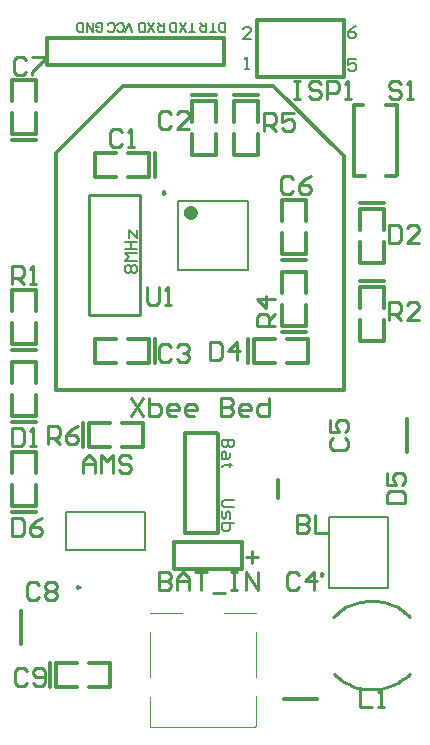
<source format=gto>
%FSLAX25Y25*%
%MOIN*%
G70*
G01*
G75*
G04 Layer_Color=65535*
%ADD10R,0.05000X0.06000*%
%ADD11R,0.06000X0.05000*%
%ADD12R,0.04331X0.08465*%
%ADD13R,0.04331X0.08465*%
%ADD14R,0.13780X0.08465*%
%ADD15R,0.08661X0.17716*%
%ADD16R,0.07087X0.06299*%
%ADD17R,0.01575X0.09449*%
%ADD18R,0.03937X0.05906*%
%ADD19R,0.12598X0.11024*%
%ADD20R,0.02756X0.05315*%
%ADD21R,0.02756X0.07087*%
G04:AMPARAMS|DCode=22|XSize=74.8mil|YSize=129.92mil|CornerRadius=0mil|HoleSize=0mil|Usage=FLASHONLY|Rotation=0.000|XOffset=0mil|YOffset=0mil|HoleType=Round|Shape=Octagon|*
%AMOCTAGOND22*
4,1,8,-0.01870,0.06496,0.01870,0.06496,0.03740,0.04626,0.03740,-0.04626,0.01870,-0.06496,-0.01870,-0.06496,-0.03740,-0.04626,-0.03740,0.04626,-0.01870,0.06496,0.0*
%
%ADD22OCTAGOND22*%

%ADD23R,0.11024X0.12598*%
%ADD24R,0.11811X0.11811*%
%ADD25R,0.11811X0.07087*%
%ADD26O,0.01772X0.06496*%
%ADD27O,0.06496X0.01772*%
%ADD28C,0.01969*%
%ADD29C,0.01181*%
%ADD30C,0.01772*%
%ADD31C,0.06000*%
%ADD32R,0.06000X0.06000*%
%ADD33R,0.06000X0.06000*%
%ADD34R,0.05906X0.05906*%
%ADD35C,0.05000*%
%ADD36R,0.05000X0.05000*%
%ADD37C,0.04724*%
%ADD38C,0.03543*%
%ADD39C,0.00984*%
%ADD40C,0.01000*%
%ADD41C,0.02362*%
%ADD42C,0.01200*%
%ADD43C,0.01378*%
%ADD44C,0.00787*%
%ADD45C,0.00394*%
%ADD46C,0.00606*%
%ADD47C,0.00591*%
D39*
X26437Y41398D02*
X25699Y41824D01*
Y40971D01*
X26437Y41398D01*
X107590Y45537D02*
X106852Y45964D01*
Y45111D01*
X107590Y45537D01*
X54957Y172772D02*
X54219Y173198D01*
Y172345D01*
X54957Y172772D01*
D40*
X111248Y12252D02*
X111987Y11580D01*
X112762Y10950D01*
X113570Y10364D01*
X114410Y9823D01*
X115279Y9330D01*
X116174Y8885D01*
X117092Y8491D01*
X118030Y8148D01*
X118986Y7858D01*
X119956Y7621D01*
X120939Y7438D01*
X121929Y7310D01*
X122925Y7237D01*
X123924Y7219D01*
X124923Y7256D01*
X125917Y7349D01*
X126905Y7496D01*
X127884Y7698D01*
X128849Y7954D01*
X129799Y8263D01*
X130731Y8625D01*
X131641Y9037D01*
X132527Y9499D01*
X133385Y10009D01*
X134215Y10566D01*
X135012Y11168D01*
X135774Y11813D01*
X136500Y12500D01*
X136500Y31500D02*
X135765Y32195D01*
X134992Y32847D01*
X134184Y33456D01*
X133343Y34018D01*
X132472Y34531D01*
X131573Y34996D01*
X130650Y35409D01*
X129705Y35769D01*
X128742Y36077D01*
X127762Y36329D01*
X126770Y36527D01*
X125769Y36668D01*
X124761Y36753D01*
X123750Y36781D01*
X122739Y36753D01*
X121731Y36668D01*
X120730Y36527D01*
X119738Y36329D01*
X118758Y36077D01*
X117795Y35769D01*
X116850Y35409D01*
X115927Y34996D01*
X115028Y34531D01*
X114157Y34018D01*
X113316Y33456D01*
X112508Y32847D01*
X111735Y32195D01*
X111000Y31500D01*
X29500Y172000D02*
X30500D01*
X46500D01*
X29500Y132000D02*
Y172000D01*
Y132000D02*
X46500D01*
Y172000D01*
X27500Y79500D02*
Y83499D01*
X29499Y85498D01*
X31499Y83499D01*
Y79500D01*
Y82499D01*
X27500D01*
X33498Y79500D02*
Y85498D01*
X35497Y83499D01*
X37497Y85498D01*
Y79500D01*
X43495Y84498D02*
X42495Y85498D01*
X40496D01*
X39496Y84498D01*
Y83499D01*
X40496Y82499D01*
X42495D01*
X43495Y81499D01*
Y80500D01*
X42495Y79500D01*
X40496D01*
X39496Y80500D01*
X99000Y65498D02*
Y59500D01*
X101999D01*
X102999Y60500D01*
Y61499D01*
X101999Y62499D01*
X99000D01*
X101999D01*
X102999Y63499D01*
Y64498D01*
X101999Y65498D01*
X99000D01*
X104998D02*
Y59500D01*
X108997D01*
X40499Y192998D02*
X39499Y193998D01*
X37500D01*
X36500Y192998D01*
Y189000D01*
X37500Y188000D01*
X39499D01*
X40499Y189000D01*
X42498Y188000D02*
X44497D01*
X43498D01*
Y193998D01*
X42498Y192998D01*
X56999Y198998D02*
X55999Y199998D01*
X54000D01*
X53000Y198998D01*
Y195000D01*
X54000Y194000D01*
X55999D01*
X56999Y195000D01*
X62997Y194000D02*
X58998D01*
X62997Y197999D01*
Y198998D01*
X61997Y199998D01*
X59998D01*
X58998Y198998D01*
X56999Y117502D02*
X55999Y116502D01*
X54000D01*
X53000Y117502D01*
Y121500D01*
X54000Y122500D01*
X55999D01*
X56999Y121500D01*
X58998Y117502D02*
X59998Y116502D01*
X61997D01*
X62997Y117502D01*
Y118501D01*
X61997Y119501D01*
X60997D01*
X61997D01*
X62997Y120501D01*
Y121500D01*
X61997Y122500D01*
X59998D01*
X58998Y121500D01*
X99648Y45498D02*
X98649Y46498D01*
X96649D01*
X95650Y45498D01*
Y41500D01*
X96649Y40500D01*
X98649D01*
X99648Y41500D01*
X104647Y40500D02*
Y46498D01*
X101648Y43499D01*
X105646D01*
X111002Y90999D02*
X110002Y89999D01*
Y88000D01*
X111002Y87000D01*
X115000D01*
X116000Y88000D01*
Y89999D01*
X115000Y90999D01*
X110002Y96997D02*
Y92998D01*
X113001D01*
X112001Y94997D01*
Y95997D01*
X113001Y96997D01*
X115000D01*
X116000Y95997D01*
Y93998D01*
X115000Y92998D01*
X97499Y177498D02*
X96499Y178498D01*
X94500D01*
X93500Y177498D01*
Y173500D01*
X94500Y172500D01*
X96499D01*
X97499Y173500D01*
X103497Y178498D02*
X101497Y177498D01*
X99498Y175499D01*
Y173500D01*
X100498Y172500D01*
X102497D01*
X103497Y173500D01*
Y174499D01*
X102497Y175499D01*
X99498D01*
X8499Y216998D02*
X7499Y217998D01*
X5500D01*
X4500Y216998D01*
Y213000D01*
X5500Y212000D01*
X7499D01*
X8499Y213000D01*
X10498Y217998D02*
X14497D01*
Y216998D01*
X10498Y213000D01*
Y212000D01*
X12999Y38002D02*
X11999Y37002D01*
X10000D01*
X9000Y38002D01*
Y42000D01*
X10000Y43000D01*
X11999D01*
X12999Y42000D01*
X14998Y38002D02*
X15998Y37002D01*
X17997D01*
X18997Y38002D01*
Y39001D01*
X17997Y40001D01*
X18997Y41001D01*
Y42000D01*
X17997Y43000D01*
X15998D01*
X14998Y42000D01*
Y41001D01*
X15998Y40001D01*
X14998Y39001D01*
Y38002D01*
X15998Y40001D02*
X17997D01*
X8999Y13498D02*
X7999Y14498D01*
X6000D01*
X5000Y13498D01*
Y9500D01*
X6000Y8500D01*
X7999D01*
X8999Y9500D01*
X10998D02*
X11998Y8500D01*
X13997D01*
X14997Y9500D01*
Y13498D01*
X13997Y14498D01*
X11998D01*
X10998Y13498D01*
Y12499D01*
X11998Y11499D01*
X14997D01*
X4000Y94498D02*
Y88500D01*
X6999D01*
X7999Y89500D01*
Y93498D01*
X6999Y94498D01*
X4000D01*
X9998Y88500D02*
X11997D01*
X10998D01*
Y94498D01*
X9998Y93498D01*
X129500Y161998D02*
Y156000D01*
X132499D01*
X133499Y157000D01*
Y160998D01*
X132499Y161998D01*
X129500D01*
X139497Y156000D02*
X135498D01*
X139497Y159999D01*
Y160998D01*
X138497Y161998D01*
X136498D01*
X135498Y160998D01*
X70000Y122998D02*
Y117000D01*
X72999D01*
X73999Y118000D01*
Y121998D01*
X72999Y122998D01*
X70000D01*
X78997Y117000D02*
Y122998D01*
X75998Y119999D01*
X79997D01*
X129002Y69500D02*
X135000D01*
Y72499D01*
X134000Y73499D01*
X130002D01*
X129002Y72499D01*
Y69500D01*
Y79497D02*
Y75498D01*
X132001D01*
X131001Y77497D01*
Y78497D01*
X132001Y79497D01*
X134000D01*
X135000Y78497D01*
Y76498D01*
X134000Y75498D01*
X4000Y64498D02*
Y58500D01*
X6999D01*
X7999Y59500D01*
Y63498D01*
X6999Y64498D01*
X4000D01*
X13997D02*
X11997Y63498D01*
X9998Y61499D01*
Y59500D01*
X10998Y58500D01*
X12997D01*
X13997Y59500D01*
Y60499D01*
X12997Y61499D01*
X9998D01*
X98000Y209998D02*
X99999D01*
X99000D01*
Y204000D01*
X98000D01*
X99999D01*
X106997Y208998D02*
X105997Y209998D01*
X103998D01*
X102998Y208998D01*
Y207999D01*
X103998Y206999D01*
X105997D01*
X106997Y205999D01*
Y205000D01*
X105997Y204000D01*
X103998D01*
X102998Y205000D01*
X108996Y204000D02*
Y209998D01*
X111995D01*
X112995Y208998D01*
Y206999D01*
X111995Y205999D01*
X108996D01*
X114995Y204000D02*
X116994D01*
X115994D01*
Y209998D01*
X114995Y208998D01*
X120000Y7498D02*
Y1500D01*
X123999D01*
X125998D02*
X127997D01*
X126998D01*
Y7498D01*
X125998Y6498D01*
X4000Y142500D02*
Y148498D01*
X6999D01*
X7999Y147498D01*
Y145499D01*
X6999Y144499D01*
X4000D01*
X5999D02*
X7999Y142500D01*
X9998D02*
X11997D01*
X10998D01*
Y148498D01*
X9998Y147498D01*
X129500Y130500D02*
Y136498D01*
X132499D01*
X133499Y135498D01*
Y133499D01*
X132499Y132499D01*
X129500D01*
X131499D02*
X133499Y130500D01*
X139497D02*
X135498D01*
X139497Y134499D01*
Y135498D01*
X138497Y136498D01*
X136498D01*
X135498Y135498D01*
X91500Y128500D02*
X85502D01*
Y131499D01*
X86502Y132499D01*
X88501D01*
X89501Y131499D01*
Y128500D01*
Y130499D02*
X91500Y132499D01*
Y137497D02*
X85502D01*
X88501Y134498D01*
Y138497D01*
X88000Y193500D02*
Y199498D01*
X90999D01*
X91999Y198498D01*
Y196499D01*
X90999Y195499D01*
X88000D01*
X89999D02*
X91999Y193500D01*
X97997Y199498D02*
X93998D01*
Y196499D01*
X95997Y197499D01*
X96997D01*
X97997Y196499D01*
Y194500D01*
X96997Y193500D01*
X94998D01*
X93998Y194500D01*
X16000Y89000D02*
Y94998D01*
X18999D01*
X19999Y93998D01*
Y91999D01*
X18999Y90999D01*
X16000D01*
X17999D02*
X19999Y89000D01*
X25997Y94998D02*
X23997Y93998D01*
X21998Y91999D01*
Y90000D01*
X22998Y89000D01*
X24997D01*
X25997Y90000D01*
Y90999D01*
X24997Y91999D01*
X21998D01*
X133499Y208998D02*
X132499Y209998D01*
X130500D01*
X129500Y208998D01*
Y207999D01*
X130500Y206999D01*
X132499D01*
X133499Y205999D01*
Y205000D01*
X132499Y204000D01*
X130500D01*
X129500Y205000D01*
X135498Y204000D02*
X137497D01*
X136498D01*
Y209998D01*
X135498Y208998D01*
X53000Y46498D02*
Y40500D01*
X55999D01*
X56999Y41500D01*
Y42499D01*
X55999Y43499D01*
X53000D01*
X55999D01*
X56999Y44499D01*
Y45498D01*
X55999Y46498D01*
X53000D01*
X58998Y40500D02*
Y44499D01*
X60997Y46498D01*
X62997Y44499D01*
Y40500D01*
Y43499D01*
X58998D01*
X64996Y46498D02*
X68995D01*
X66996D01*
Y40500D01*
X70994Y39500D02*
X74993D01*
X76992Y46498D02*
X78992D01*
X77992D01*
Y40500D01*
X76992D01*
X78992D01*
X81991D02*
Y46498D01*
X85989Y40500D01*
Y46498D01*
X49000Y141498D02*
Y136500D01*
X50000Y135500D01*
X51999D01*
X52999Y136500D01*
Y141498D01*
X54998Y135500D02*
X56997D01*
X55998D01*
Y141498D01*
X54998Y140498D01*
X86000Y51501D02*
X82001D01*
X84001Y49502D02*
Y53500D01*
X43500Y104498D02*
X47499Y98500D01*
Y104498D02*
X43500Y98500D01*
X49498Y104498D02*
Y98500D01*
X52497D01*
X53497Y99500D01*
Y100499D01*
Y101499D01*
X52497Y102499D01*
X49498D01*
X58495Y98500D02*
X56496D01*
X55496Y99500D01*
Y101499D01*
X56496Y102499D01*
X58495D01*
X59495Y101499D01*
Y100499D01*
X55496D01*
X64493Y98500D02*
X62494D01*
X61494Y99500D01*
Y101499D01*
X62494Y102499D01*
X64493D01*
X65493Y101499D01*
Y100499D01*
X61494D01*
X73490Y104498D02*
Y98500D01*
X76489D01*
X77489Y99500D01*
Y100499D01*
X76489Y101499D01*
X73490D01*
X76489D01*
X77489Y102499D01*
Y103498D01*
X76489Y104498D01*
X73490D01*
X82487Y98500D02*
X80488D01*
X79488Y99500D01*
Y101499D01*
X80488Y102499D01*
X82487D01*
X83487Y101499D01*
Y100499D01*
X79488D01*
X89485Y104498D02*
Y98500D01*
X86486D01*
X85486Y99500D01*
Y101499D01*
X86486Y102499D01*
X89485D01*
D41*
X64504Y166177D02*
X64059Y167101D01*
X63060Y167329D01*
X62259Y166690D01*
Y165665D01*
X63060Y165026D01*
X64059Y165254D01*
X64504Y166177D01*
D42*
X4000Y210500D02*
X12000D01*
X4000Y203500D02*
Y210500D01*
X12000Y203500D02*
Y210500D01*
Y192500D02*
Y199500D01*
X4000Y192500D02*
Y199500D01*
Y192500D02*
X12000D01*
X120000Y123500D02*
X128000D01*
Y130500D01*
X120000Y123500D02*
Y130500D01*
Y134500D02*
Y141500D01*
X128000Y134500D02*
Y141500D01*
X120000D02*
X128000D01*
X94000Y146500D02*
X102000D01*
Y139500D02*
Y146500D01*
X94000Y139500D02*
Y146500D01*
Y128500D02*
Y135500D01*
X102000Y128500D02*
Y135500D01*
X94000Y128500D02*
X102000D01*
X47500Y88000D02*
Y96000D01*
X40500D02*
X47500D01*
X40500Y88000D02*
X47500D01*
X29500D02*
X36500D01*
X29500Y96000D02*
X36500D01*
X29500Y88000D02*
Y96000D01*
X78000Y185500D02*
X86000D01*
Y192500D01*
X78000Y185500D02*
Y192500D01*
Y196500D02*
Y203500D01*
X86000Y196500D02*
Y203500D01*
X78000D02*
X86000D01*
X120000Y149500D02*
X128000D01*
Y156500D01*
X120000Y149500D02*
Y156500D01*
Y160500D02*
Y167500D01*
X128000Y160500D02*
Y167500D01*
X120000D02*
X128000D01*
X102500Y116000D02*
Y124000D01*
X95500Y116000D02*
X102500D01*
X95500Y124000D02*
X102500D01*
X84500D02*
X91500D01*
X84500Y116000D02*
X91500D01*
X84500D02*
Y124000D01*
X4000Y86500D02*
X12000D01*
Y79500D02*
Y86500D01*
X4000Y79500D02*
Y86500D01*
Y68500D02*
Y75500D01*
X12000Y68500D02*
Y75500D01*
X4000Y68500D02*
X12000D01*
X64000Y185500D02*
X72000D01*
Y192500D01*
X64000Y185500D02*
Y192500D01*
Y196500D02*
Y203500D01*
X72000Y196500D02*
Y203500D01*
X64000D02*
X72000D01*
X18500Y8000D02*
Y16000D01*
Y8000D02*
X25500D01*
X18500Y16000D02*
X25500D01*
X29500D02*
X36500D01*
X29500Y8000D02*
X36500D01*
Y16000D01*
X94000Y170500D02*
X102000D01*
X94000Y163500D02*
Y170500D01*
X102000Y163500D02*
Y170500D01*
Y152500D02*
Y159500D01*
X94000Y152500D02*
Y159500D01*
Y152500D02*
X102000D01*
X31500Y116000D02*
Y124000D01*
Y116000D02*
X38500D01*
X31500Y124000D02*
X38500D01*
X42500D02*
X49500D01*
X42500Y116000D02*
X49500D01*
Y124000D01*
X4000Y140500D02*
X12000D01*
X4000Y133500D02*
Y140500D01*
X12000Y133500D02*
Y140500D01*
Y122500D02*
Y129500D01*
X4000Y122500D02*
Y129500D01*
Y122500D02*
X12000D01*
X4000Y116500D02*
X12000D01*
X4000Y109500D02*
Y116500D01*
X12000Y109500D02*
Y116500D01*
Y98500D02*
Y105500D01*
X4000Y98500D02*
Y105500D01*
Y98500D02*
X12000D01*
X31500Y178000D02*
Y186000D01*
Y178000D02*
X38500D01*
X31500Y186000D02*
X38500D01*
X42500D02*
X49500D01*
X42500Y178000D02*
X49500D01*
Y186000D01*
D43*
X4000Y190500D02*
X12000D01*
X120000Y143500D02*
X128000D01*
X94000Y126500D02*
X102000D01*
X27500Y88000D02*
Y96000D01*
X78000Y205500D02*
X86000D01*
X120000Y169500D02*
X128000D01*
X82500Y116000D02*
Y124000D01*
X4000Y66500D02*
X12000D01*
X85500Y211500D02*
X114500D01*
Y230500D01*
X85500D02*
X114500D01*
X85500Y211500D02*
Y230500D01*
X80500Y47500D02*
Y56500D01*
X58000D02*
X80500D01*
X58000Y47500D02*
Y56500D01*
Y47500D02*
X80500D01*
X64000Y205500D02*
X72000D01*
X15500Y215500D02*
Y224500D01*
X74500D01*
Y215500D02*
Y224500D01*
X15500Y215500D02*
X74500D01*
X132000Y178500D02*
X132087Y178587D01*
X128500Y178500D02*
X132000D01*
X128500Y202000D02*
X132000D01*
X118000D02*
X121000D01*
X117913Y178500D02*
X121500D01*
X132087Y178587D02*
Y201984D01*
X117913Y178500D02*
Y201984D01*
X16500Y8000D02*
Y16000D01*
X7000Y22500D02*
Y33500D01*
X72512Y59500D02*
Y92500D01*
X61685Y59228D02*
X72315D01*
X61488D02*
Y92693D01*
X61500D02*
X72315D01*
X18500Y107000D02*
Y186000D01*
Y107000D02*
X114500D01*
Y185000D01*
X91043Y208457D02*
X114500Y185000D01*
X40957Y208457D02*
X91043D01*
X18500Y186000D02*
X40957Y208457D01*
X94500Y4000D02*
X105500D01*
X135500Y86500D02*
Y97500D01*
X92500Y71000D02*
Y77000D01*
X94000Y150500D02*
X102000D01*
X51500Y116000D02*
Y124000D01*
X4000Y120500D02*
X12000D01*
X4000Y96500D02*
X12000D01*
X51500Y178000D02*
Y186000D01*
D44*
X21811Y66398D02*
X48189D01*
X21811Y53602D02*
X48189D01*
X21811D02*
Y66398D01*
X48189Y53602D02*
Y66398D01*
X129343Y41108D02*
Y64730D01*
X109657D02*
X129343D01*
X109657Y41108D02*
Y64730D01*
Y41108D02*
X129343D01*
X59386Y146886D02*
X82614D01*
X59386Y170114D02*
X82614D01*
Y146886D02*
Y170114D01*
X59386Y146886D02*
Y170114D01*
X118624Y228436D02*
X117312Y227780D01*
X116000Y226468D01*
Y225156D01*
X116656Y224500D01*
X117968D01*
X118624Y225156D01*
Y225812D01*
X117968Y226468D01*
X116000D01*
X118624Y217436D02*
X116000D01*
Y215468D01*
X117312Y216124D01*
X117968D01*
X118624Y215468D01*
Y214156D01*
X117968Y213500D01*
X116656D01*
X116000Y214156D01*
X83624Y224000D02*
X81000D01*
X83624Y226624D01*
Y227280D01*
X82968Y227936D01*
X81656D01*
X81000Y227280D01*
X81500Y214000D02*
X82812D01*
X82156D01*
Y217936D01*
X81500Y217280D01*
D45*
X49783Y11345D02*
Y26306D01*
Y-5190D02*
Y4652D01*
X85216Y-4797D02*
Y5046D01*
Y11345D02*
Y26306D01*
X49783Y-5190D02*
X84823D01*
X74587Y32605D02*
X85216D01*
X49783D02*
X60413D01*
X84823Y-5190D02*
X85216Y-4797D01*
D46*
X42220Y146000D02*
X41564Y146656D01*
Y147968D01*
X42220Y148624D01*
X42876D01*
X43532Y147968D01*
X44188Y148624D01*
X44844D01*
X45500Y147968D01*
Y146656D01*
X44844Y146000D01*
X44188D01*
X43532Y146656D01*
X42876Y146000D01*
X42220D01*
X43532Y146656D02*
Y147968D01*
X45500Y149936D02*
X41564D01*
X42876Y151248D01*
X41564Y152560D01*
X45500D01*
X41564Y153872D02*
X45500D01*
X43532D01*
Y156495D01*
X41564D01*
X45500D01*
X42876Y157807D02*
Y160431D01*
X45500Y157807D01*
Y160431D01*
X31901Y226876D02*
X32426Y226351D01*
X33475D01*
X34000Y226876D01*
Y228975D01*
X33475Y229500D01*
X32426D01*
X31901Y228975D01*
Y227926D01*
X32950D01*
X30851Y229500D02*
Y226351D01*
X28752Y229500D01*
Y226351D01*
X27703D02*
Y229500D01*
X26129D01*
X25604Y228975D01*
Y226876D01*
X26129Y226351D01*
X27703D01*
X44000Y226351D02*
X42800Y229500D01*
X41601Y226351D02*
X42800Y229500D01*
X38947Y227101D02*
X39097Y226801D01*
X39397Y226501D01*
X39696Y226351D01*
X40296D01*
X40596Y226501D01*
X40896Y226801D01*
X41046Y227101D01*
X41196Y227551D01*
Y228300D01*
X41046Y228750D01*
X40896Y229050D01*
X40596Y229350D01*
X40296Y229500D01*
X39696D01*
X39397Y229350D01*
X39097Y229050D01*
X38947Y228750D01*
X35813Y227101D02*
X35963Y226801D01*
X36263Y226501D01*
X36562Y226351D01*
X37162D01*
X37462Y226501D01*
X37762Y226801D01*
X37912Y227101D01*
X38062Y227551D01*
Y228300D01*
X37912Y228750D01*
X37762Y229050D01*
X37462Y229350D01*
X37162Y229500D01*
X36562D01*
X36263Y229350D01*
X35963Y229050D01*
X35813Y228750D01*
X54500Y229500D02*
Y226351D01*
X52926D01*
X52401Y226876D01*
Y227926D01*
X52926Y228450D01*
X54500D01*
X53451D02*
X52401Y229500D01*
X51351Y226351D02*
X49252Y229500D01*
Y226351D02*
X51351Y229500D01*
X48203Y226351D02*
Y229500D01*
X46628D01*
X46104Y228975D01*
Y226876D01*
X46628Y226351D01*
X48203D01*
X65000D02*
X62901D01*
X63951D01*
Y229500D01*
X61851Y226351D02*
X59752Y229500D01*
Y226351D02*
X61851Y229500D01*
X58703Y226351D02*
Y229500D01*
X57129D01*
X56604Y228975D01*
Y226876D01*
X57129Y226351D01*
X58703D01*
D47*
X75000D02*
Y229500D01*
X73426D01*
X72901Y228975D01*
Y226876D01*
X73426Y226351D01*
X75000D01*
X71851D02*
X69752D01*
X70802D01*
Y229500D01*
X68703D02*
Y226351D01*
X67128D01*
X66604Y226876D01*
Y227926D01*
X67128Y228450D01*
X68703D01*
X67653D02*
X66604Y229500D01*
X77936Y70500D02*
X74656D01*
X74000Y69844D01*
Y68532D01*
X74656Y67876D01*
X77936D01*
X74000Y66564D02*
Y64596D01*
X74656Y63940D01*
X75312Y64596D01*
Y65908D01*
X75968Y66564D01*
X76624Y65908D01*
Y63940D01*
X77936Y62629D02*
X74000D01*
Y60661D01*
X74656Y60005D01*
X75312D01*
X75968D01*
X76624Y60661D01*
Y62629D01*
X77936Y90500D02*
X74000D01*
Y88532D01*
X74656Y87876D01*
X75312D01*
X75968Y88532D01*
Y90500D01*
Y88532D01*
X76624Y87876D01*
X77280D01*
X77936Y88532D01*
Y90500D01*
X76624Y85908D02*
Y84596D01*
X75968Y83940D01*
X74000D01*
Y85908D01*
X74656Y86564D01*
X75312Y85908D01*
Y83940D01*
X77280Y81973D02*
X76624D01*
Y82629D01*
Y81317D01*
Y81973D01*
X74656D01*
X74000Y81317D01*
M02*

</source>
